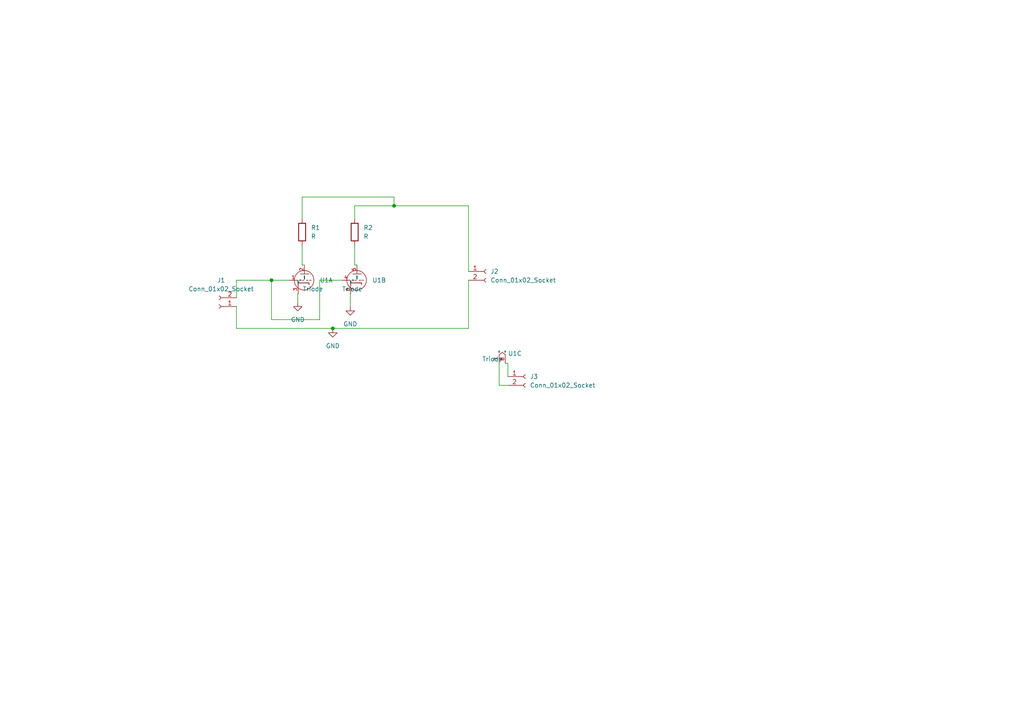
<source format=kicad_sch>
(kicad_sch (version 20230121) (generator eeschema)
  (paper "A4")
  (lib_symbols
    (symbol "Connector:Conn_01x02_Socket" (pin_names (offset 1.016) hide)
      (property "Reference" "J" (at 0 2.54 0))
      (property "Value" "Conn_01x02_Socket" (at 0 -5.08 0))
      (symbol "Conn_01x02_Socket_1_1"
        (arc (start 0 -2.032) (mid -0.5058 -2.54) (end 0 -3.048) (stroke (width 0.1524)))
        (polyline (pts (xy -1.27 -2.54) (xy -0.508 -2.54)) (stroke (width 0.1524)))
        (polyline (pts (xy -1.27 0) (xy -0.508 0)) (stroke (width 0.1524)))
        (arc (start 0 0.508) (mid -0.5058 0) (end 0 -0.508) (stroke (width 0.1524)))
        (pin passive line (at -5.08 0 0) (length 3.81) (name "Pin_1") (number "1"))
        (pin passive line (at -5.08 -2.54 0) (length 3.81) (name "Pin_2") (number "2"))
      )
    )
    (symbol "Device:R" (pin_numbers hide) (pin_names (offset 0))
      (property "Reference" "R" (at 2.032 0 90))
      (property "Value" "R" (at 0 0 90))
      (symbol "R_0_1"
        (rectangle (start -1.016 -2.54) (end 1.016 2.54) (stroke (width 0.254)))
      )
      (symbol "R_1_1"
        (pin passive line (at 0 3.81 270) (length 1.27) (name "~") (number "1"))
        (pin passive line (at 0 -3.81 90) (length 1.27) (name "~") (number "2"))
      )
    )
    (symbol "VacuumTubeTriode_symbol:6SN7"
      (property "Reference" "U" (at 10.16 13.97 0))
      (symbol "6SN7_1_1"
        (polyline (pts (xy -0.8159 0.0141) (xy -0.2772 0.0141)))
        (polyline (pts (xy -0.5415 1.8116) (xy 1.9985 1.8116)))
        (polyline (pts (xy 0 0) (xy 0.5387 0)))
        (polyline (pts (xy 1.27 0) (xy 1.8087 0)))
        (polyline (pts (xy 2.1232 0.0141) (xy 2.6619 0.0141)))
        (polyline (pts (xy -1.1515 -1.4054) (xy -1.143 -0.7791) (xy 1.9929 -0.7616) (xy 1.9929 -1.282)) (stroke (width 0.2)))
        (circle (center 0.5687 -0.0024) (radius 2.8398))
        (pin input line (at -3.81 0 0) (length 2.54) (name "Grid") (number "1"))
        (pin input line (at 0.6582 4.4175 270) (length 2.54) (name "Plate(anode)") (number "2"))
        (pin input line (at -1.1443 -3.9222 90) (length 2.54) (name "Cathode") (number "3"))
      )
      (symbol "6SN7_2_1"
        (polyline (pts (xy 2.9941 0.0141) (xy 3.5328 0.0141)))
        (polyline (pts (xy 3.2685 1.8116) (xy 5.8085 1.8116)))
        (polyline (pts (xy 3.81 0) (xy 4.3487 0)))
        (polyline (pts (xy 5.08 0) (xy 5.6187 0)))
        (polyline (pts (xy 5.9332 0.0141) (xy 6.4719 0.0141)))
        (polyline (pts (xy 2.6585 -1.4054) (xy 2.667 -0.7791) (xy 5.8029 -0.7616) (xy 5.8029 -1.282)) (stroke (width 0.2)))
        (circle (center 4.3787 -0.0024) (radius 2.8398))
        (pin input line (at 0 0 0) (length 2.54) (name "Grid") (number "4"))
        (pin input line (at 4.4682 4.4175 270) (length 2.54) (name "Plate(anode)") (number "5"))
        (pin input line (at 2.6657 -3.9222 90) (length 2.54) (name "Cathode") (number "6"))
      )
      (symbol "6SN7_3_1"
        (polyline (pts (xy 5.08 -1.27) (xy 5.9728 -0.5999) (xy 6.8584 -1.24)))
        (pin input line (at 5.08 -3.81 90) (length 2.54) (name "Heater") (number "7"))
        (pin input line (at 6.8317 -3.791 90) (length 2.54) (name "Heater") (number "8"))
      )
    )
    (symbol "power:GND" (power) (pin_names (offset 0))
      (property "Value" "GND" (at 0 -3.81 0))
      (symbol "GND_0_1"
        (polyline (pts (xy 0 0) (xy 0 -1.27) (xy 1.27 -1.27) (xy 0 -2.54) (xy -1.27 -1.27) (xy 0 -1.27)))
      )
      (symbol "GND_1_1"
        (pin power_in line (at 0 0 270) (length 0) hide (name "GND") (number "1"))
      )
    )
  )
  (junction (at 96.52 95.25))
  (junction (at 114.3 59.69))
  (junction (at 78.74 81.28))
  (wire (pts (xy 92.71 81.28) (xy 92.71 92.71)))
  (wire (pts (xy 99.06 81.28) (xy 92.71 81.28)))
  (wire (pts (xy 135.89 81.28) (xy 135.89 95.25)))
  (wire (pts (xy 78.74 81.28) (xy 83.82 81.28)))
  (wire (pts (xy 78.74 92.71) (xy 78.74 81.28)))
  (wire (pts (xy 114.3 59.69) (xy 135.89 59.69)))
  (wire (pts (xy 68.58 86.36) (xy 68.58 81.28)))
  (wire (pts (xy 147.32 105.391) (xy 146.5317 105.391)))
  (wire (pts (xy 68.58 88.9) (xy 68.58 95.25)))
  (wire (pts (xy 68.58 81.28) (xy 78.74 81.28)))
  (wire (pts (xy 102.87 59.69) (xy 114.3 59.69)))
  (wire (pts (xy 101.6 85.2022) (xy 101.7257 85.2022)))
  (wire (pts (xy 87.63 57.15) (xy 114.3 57.15)))
  (wire (pts (xy 102.87 71.12) (xy 102.87 76.8625)))
  (wire (pts (xy 68.58 95.25) (xy 96.52 95.25)))
  (wire (pts (xy 87.63 63.5) (xy 87.63 57.15)))
  (wire (pts (xy 135.89 59.69) (xy 135.89 78.74)))
  (wire (pts (xy 92.71 92.71) (xy 78.74 92.71)))
  (wire (pts (xy 147.32 109.22) (xy 147.32 105.391)))
  (wire (pts (xy 86.36 85.2022) (xy 86.4857 85.2022)))
  (wire (pts (xy 144.78 111.76) (xy 144.78 105.41)))
  (wire (pts (xy 102.87 63.5) (xy 102.87 59.69)))
  (wire (pts (xy 101.6 88.9) (xy 101.6 85.2022)))
  (wire (pts (xy 102.87 76.8625) (xy 103.5282 76.8625)))
  (wire (pts (xy 147.32 111.76) (xy 144.78 111.76)))
  (wire (pts (xy 135.89 95.25) (xy 96.52 95.25)))
  (wire (pts (xy 87.63 71.12) (xy 87.63 76.8625)))
  (wire (pts (xy 87.63 76.8625) (xy 88.2882 76.8625)))
  (wire (pts (xy 86.36 87.63) (xy 86.36 85.2022)))
  (wire (pts (xy 114.3 57.15) (xy 114.3 59.69)))
  (symbol (lib_id "power:GND") (at 96.52 95.25 0) (unit 1)
    (property "Reference" "#PWR01" (effects hide))
    (property "Value" "GND" (at 96.52 100.33 0))
  )
  (symbol (lib_id "VacuumTubeTriode_symbol:6SN7") (at 99.06 81.28 0) (unit 2)
    (property "Reference" "U1" (at 107.95 81.2824 0) (effects (justify left)))
    (property "Value" "Triode" (at 102.1687 83.8224 0))
  )
  (symbol (lib_id "Connector:Conn_01x02_Socket") (at 63.5 88.9 180) (unit 1)
    (property "Reference" "J1" (at 64.135 81.28 0))
    (property "Value" "Conn_01x02_Socket" (at 64.135 83.82 0))
  )
  (symbol (lib_id "Connector:Conn_01x02_Socket") (at 140.97 78.74 0) (unit 1)
    (property "Reference" "J2" (at 142.24 78.74 0) (effects (justify left)))
    (property "Value" "Conn_01x02_Socket" (at 142.24 81.28 0) (effects (justify left)))
  )
  (symbol (lib_id "power:GND") (at 86.36 87.63 0) (unit 1)
    (property "Reference" "#PWR02" (effects hide))
    (property "Value" "GND" (at 86.36 92.71 0))
  )
  (symbol (lib_id "power:GND") (at 101.6 88.9 0) (unit 1)
    (property "Reference" "#PWR03" (effects hide))
    (property "Value" "GND" (at 101.6 93.98 0))
  )
  (symbol (lib_id "Device:R") (at 102.87 67.31 0) (unit 1)
    (property "Reference" "R2" (at 105.41 66.04 0) (effects (justify left)))
    (property "Value" "R" (at 105.41 68.58 0) (effects (justify left)))
  )
  (symbol (lib_id "Device:R") (at 87.63 67.31 0) (unit 1)
    (property "Reference" "R1" (at 90.17 66.04 0) (effects (justify left)))
    (property "Value" "R" (at 90.17 68.58 0) (effects (justify left)))
  )
  (symbol (lib_id "Connector:Conn_01x02_Socket") (at 152.4 109.22 0) (unit 1)
    (property "Reference" "J3" (at 153.67 109.22 0) (effects (justify left)))
    (property "Value" "Conn_01x02_Socket" (at 153.67 111.76 0) (effects (justify left)))
  )
  (symbol (lib_id "VacuumTubeTriode_symbol:6SN7") (at 139.7 101.6 0) (unit 3)
    (property "Reference" "U1" (at 147.32 102.5349 0) (effects (justify left)))
    (property "Value" "Triode" (at 142.8087 104.1424 0))
  )
  (symbol (lib_id "VacuumTubeTriode_symbol:6SN7") (at 87.63 81.28 0) (unit 1)
    (property "Reference" "U1" (at 92.71 81.2824 0) (effects (justify left)))
    (property "Value" "Triode" (at 90.7387 83.8224 0))
  )
)
</source>
